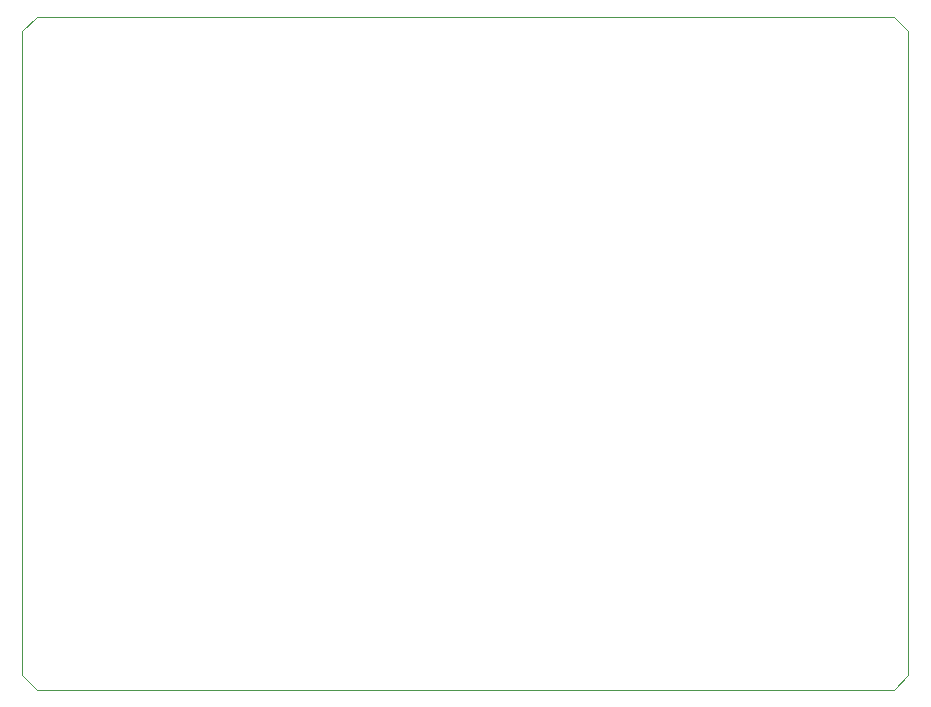
<source format=gbr>
%TF.GenerationSoftware,KiCad,Pcbnew,8.0.0*%
%TF.CreationDate,2025-01-03T13:29:39-06:00*%
%TF.ProjectId,TheGoldfish,54686547-6f6c-4646-9669-73682e6b6963,1*%
%TF.SameCoordinates,Original*%
%TF.FileFunction,Profile,NP*%
%FSLAX46Y46*%
G04 Gerber Fmt 4.6, Leading zero omitted, Abs format (unit mm)*
G04 Created by KiCad (PCBNEW 8.0.0) date 2025-01-03 13:29:39*
%MOMM*%
%LPD*%
G01*
G04 APERTURE LIST*
%TA.AperFunction,Profile*%
%ADD10C,0.050000*%
%TD*%
G04 APERTURE END LIST*
D10*
X76000000Y-48500000D02*
X77250000Y-47250000D01*
X76000000Y-103000000D02*
X77250000Y-104250000D01*
X77250000Y-104250000D02*
X149750000Y-104250000D01*
X149750000Y-47250000D02*
X77250000Y-47250000D01*
X151000000Y-103000000D02*
X151000000Y-48500000D01*
X76000000Y-48500000D02*
X76000000Y-103000000D01*
X149750000Y-47250000D02*
X151000000Y-48500000D01*
X149750000Y-104250000D02*
X151000000Y-103000000D01*
M02*

</source>
